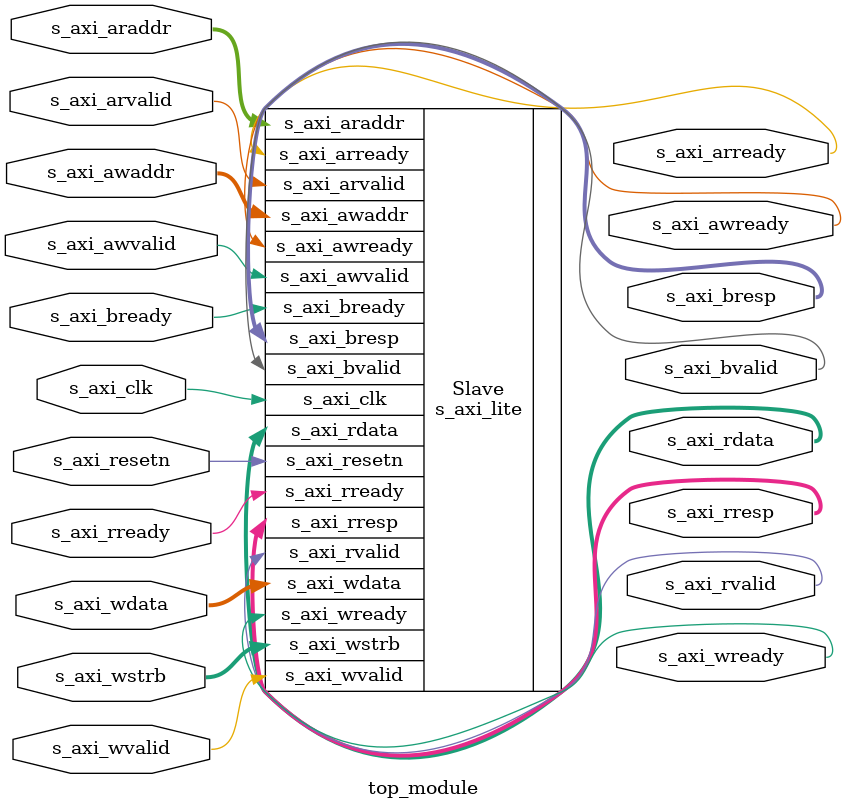
<source format=v>
`timescale 1ns / 1ps

module top_module#(
    parameter S_AXI_DATA_WIDTH  = 32,
    parameter S_AXI_ADDR_WIDTH  = 32,
    parameter S_AXI_MEM_DEPTH   = 8 //changes based on number of GPIO selected
)(
    //GLOBAL Signals
    input                               s_axi_clk,
    input                               s_axi_resetn,
    
    //WRITE ADDRESS Signals
    input                               s_axi_awvalid,
    input      [S_AXI_ADDR_WIDTH-1:0]   s_axi_awaddr,
    output                              s_axi_awready,

    //WRITE DATA Signals
    input                               s_axi_wvalid,
    input      [S_AXI_DATA_WIDTH-1:0]   s_axi_wdata,
    input      [S_AXI_DATA_WIDTH/8-1:0] s_axi_wstrb,
    output                              s_axi_wready,

    //WRITE RESPONSE Signals
    input                               s_axi_bready,
    output      [1:0]                   s_axi_bresp,
    output                              s_axi_bvalid,

    //READ ADDRESS Signals
    input                               s_axi_arvalid,
    input      [S_AXI_ADDR_WIDTH-1:0]   s_axi_araddr,
    output                              s_axi_arready,

    //READ DATA Signals
    input                               s_axi_rready,
    output     [S_AXI_DATA_WIDTH-1:0]   s_axi_rdata,
    output      [1:0]                   s_axi_rresp,
    output                              s_axi_rvalid
    );
    
    s_axi_lite #(
    .S_AXI_ADDR_WIDTH(S_AXI_ADDR_WIDTH),
    .S_AXI_DATA_WIDTH(S_AXI_DATA_WIDTH),
    .S_AXI_MEM_DEPTH(S_AXI_MEM_DEPTH)
     )Slave(
    .s_axi_clk(s_axi_clk),
    .s_axi_resetn(s_axi_resetn),
    .s_axi_awvalid(s_axi_awvalid),
    .s_axi_awaddr(s_axi_awaddr),
    .s_axi_awready(s_axi_awready),
    .s_axi_wvalid(s_axi_wvalid),
    .s_axi_wdata(s_axi_wdata),
    .s_axi_wstrb(s_axi_wstrb),
    .s_axi_wready(s_axi_wready),
    .s_axi_bready(s_axi_bready),
    .s_axi_bvalid(s_axi_bvalid),
    .s_axi_bresp(s_axi_bresp),
    .s_axi_arvalid(s_axi_arvalid),
    .s_axi_arready(s_axi_arready),
    .s_axi_araddr(s_axi_araddr),
    .s_axi_rready(s_axi_rready),
    .s_axi_rvalid(s_axi_rvalid),
    .s_axi_rdata(s_axi_rdata),
    .s_axi_rresp(s_axi_rresp)
    );
endmodule

</source>
